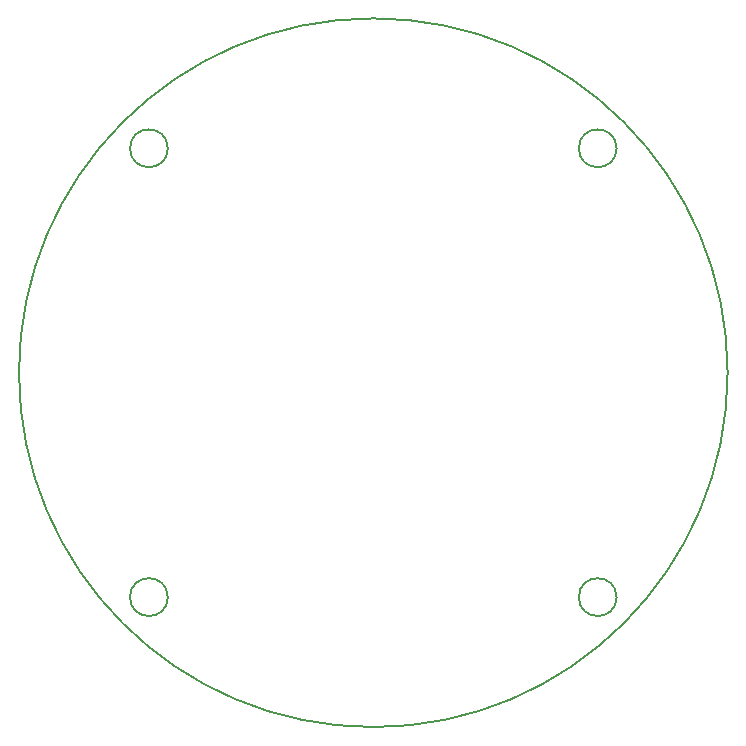
<source format=gbr>
%TF.GenerationSoftware,KiCad,Pcbnew,8.0.8-8.0.8-0~ubuntu24.04.1*%
%TF.CreationDate,2025-07-02T11:23:48+09:00*%
%TF.ProjectId,multicopter2,6d756c74-6963-46f7-9074-6572322e6b69,rev?*%
%TF.SameCoordinates,Original*%
%TF.FileFunction,Profile,NP*%
%FSLAX46Y46*%
G04 Gerber Fmt 4.6, Leading zero omitted, Abs format (unit mm)*
G04 Created by KiCad (PCBNEW 8.0.8-8.0.8-0~ubuntu24.04.1) date 2025-07-02 11:23:48*
%MOMM*%
%LPD*%
G01*
G04 APERTURE LIST*
%TA.AperFunction,Profile*%
%ADD10C,0.200000*%
%TD*%
G04 APERTURE END LIST*
D10*
X82600000Y-81000000D02*
G75*
G02*
X79400000Y-81000000I-1600000J0D01*
G01*
X79400000Y-81000000D02*
G75*
G02*
X82600000Y-81000000I1600000J0D01*
G01*
X82600000Y-119000000D02*
G75*
G02*
X79400000Y-119000000I-1600000J0D01*
G01*
X79400000Y-119000000D02*
G75*
G02*
X82600000Y-119000000I1600000J0D01*
G01*
X120600000Y-81000000D02*
G75*
G02*
X117400000Y-81000000I-1600000J0D01*
G01*
X117400000Y-81000000D02*
G75*
G02*
X120600000Y-81000000I1600000J0D01*
G01*
X130000000Y-100000000D02*
G75*
G02*
X70000000Y-100000000I-30000000J0D01*
G01*
X70000000Y-100000000D02*
G75*
G02*
X130000000Y-100000000I30000000J0D01*
G01*
X120600000Y-119000000D02*
G75*
G02*
X117400000Y-119000000I-1600000J0D01*
G01*
X117400000Y-119000000D02*
G75*
G02*
X120600000Y-119000000I1600000J0D01*
G01*
M02*

</source>
